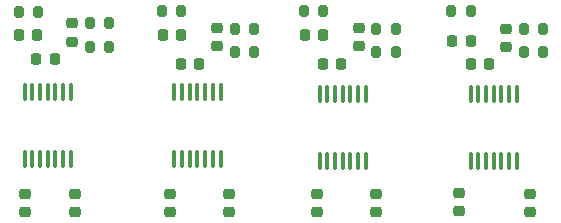
<source format=gbr>
%TF.GenerationSoftware,KiCad,Pcbnew,9.0.6*%
%TF.CreationDate,2025-11-17T15:03:07+03:00*%
%TF.ProjectId,TempControl4ch,54656d70-436f-46e7-9472-6f6c3463682e,rev?*%
%TF.SameCoordinates,Original*%
%TF.FileFunction,Paste,Top*%
%TF.FilePolarity,Positive*%
%FSLAX46Y46*%
G04 Gerber Fmt 4.6, Leading zero omitted, Abs format (unit mm)*
G04 Created by KiCad (PCBNEW 9.0.6) date 2025-11-17 15:03:07*
%MOMM*%
%LPD*%
G01*
G04 APERTURE LIST*
G04 Aperture macros list*
%AMRoundRect*
0 Rectangle with rounded corners*
0 $1 Rounding radius*
0 $2 $3 $4 $5 $6 $7 $8 $9 X,Y pos of 4 corners*
0 Add a 4 corners polygon primitive as box body*
4,1,4,$2,$3,$4,$5,$6,$7,$8,$9,$2,$3,0*
0 Add four circle primitives for the rounded corners*
1,1,$1+$1,$2,$3*
1,1,$1+$1,$4,$5*
1,1,$1+$1,$6,$7*
1,1,$1+$1,$8,$9*
0 Add four rect primitives between the rounded corners*
20,1,$1+$1,$2,$3,$4,$5,0*
20,1,$1+$1,$4,$5,$6,$7,0*
20,1,$1+$1,$6,$7,$8,$9,0*
20,1,$1+$1,$8,$9,$2,$3,0*%
G04 Aperture macros list end*
%ADD10RoundRect,0.100000X-0.100000X0.637500X-0.100000X-0.637500X0.100000X-0.637500X0.100000X0.637500X0*%
%ADD11RoundRect,0.200000X0.200000X0.275000X-0.200000X0.275000X-0.200000X-0.275000X0.200000X-0.275000X0*%
%ADD12RoundRect,0.225000X0.250000X-0.225000X0.250000X0.225000X-0.250000X0.225000X-0.250000X-0.225000X0*%
%ADD13RoundRect,0.225000X-0.225000X-0.250000X0.225000X-0.250000X0.225000X0.250000X-0.225000X0.250000X0*%
%ADD14RoundRect,0.225000X0.225000X0.250000X-0.225000X0.250000X-0.225000X-0.250000X0.225000X-0.250000X0*%
G04 APERTURE END LIST*
D10*
%TO.C,U4*%
X162400000Y-77000000D03*
X161750000Y-77000000D03*
X161100000Y-77000000D03*
X160450000Y-77000000D03*
X159800000Y-77000000D03*
X159150000Y-77000000D03*
X158500000Y-77000000D03*
X158500000Y-82725000D03*
X159150000Y-82725000D03*
X159800000Y-82725000D03*
X160450000Y-82725000D03*
X161100000Y-82725000D03*
X161750000Y-82725000D03*
X162400000Y-82725000D03*
%TD*%
%TO.C,U3*%
X149600000Y-77000000D03*
X148950000Y-77000000D03*
X148300000Y-77000000D03*
X147650000Y-77000000D03*
X147000000Y-77000000D03*
X146350000Y-77000000D03*
X145700000Y-77000000D03*
X145700000Y-82725000D03*
X146350000Y-82725000D03*
X147000000Y-82725000D03*
X147650000Y-82725000D03*
X148300000Y-82725000D03*
X148950000Y-82725000D03*
X149600000Y-82725000D03*
%TD*%
%TO.C,U2*%
X137312500Y-76837500D03*
X136662500Y-76837500D03*
X136012500Y-76837500D03*
X135362500Y-76837500D03*
X134712500Y-76837500D03*
X134062500Y-76837500D03*
X133412500Y-76837500D03*
X133412500Y-82562500D03*
X134062500Y-82562500D03*
X134712500Y-82562500D03*
X135362500Y-82562500D03*
X136012500Y-82562500D03*
X136662500Y-82562500D03*
X137312500Y-82562500D03*
%TD*%
D11*
%TO.C,R12*%
X164650000Y-73500000D03*
X163000000Y-73500000D03*
%TD*%
%TO.C,R11*%
X164650000Y-71500000D03*
X163000000Y-71500000D03*
%TD*%
%TO.C,R10*%
X158500000Y-70000000D03*
X156850000Y-70000000D03*
%TD*%
%TO.C,R9*%
X152150000Y-73500000D03*
X150500000Y-73500000D03*
%TD*%
%TO.C,R8*%
X152150000Y-71500000D03*
X150500000Y-71500000D03*
%TD*%
%TO.C,R7*%
X146000000Y-70000000D03*
X144350000Y-70000000D03*
%TD*%
%TO.C,R6*%
X140150000Y-73500000D03*
X138500000Y-73500000D03*
%TD*%
%TO.C,R5*%
X140150000Y-71500000D03*
X138500000Y-71500000D03*
%TD*%
%TO.C,R4*%
X134000000Y-70000000D03*
X132350000Y-70000000D03*
%TD*%
D12*
%TO.C,C20*%
X163500000Y-87000000D03*
X163500000Y-85450000D03*
%TD*%
%TO.C,C19*%
X157500000Y-86955000D03*
X157500000Y-85405000D03*
%TD*%
%TO.C,C18*%
X161500000Y-73050000D03*
X161500000Y-71500000D03*
%TD*%
D13*
%TO.C,C17*%
X158500000Y-74500000D03*
X160050000Y-74500000D03*
%TD*%
D14*
%TO.C,C16*%
X158500000Y-72500000D03*
X156950000Y-72500000D03*
%TD*%
D12*
%TO.C,C15*%
X150500000Y-87045000D03*
X150500000Y-85495000D03*
%TD*%
%TO.C,C14*%
X145500000Y-87045000D03*
X145500000Y-85495000D03*
%TD*%
%TO.C,C13*%
X149000000Y-73000000D03*
X149000000Y-71450000D03*
%TD*%
D13*
%TO.C,C12*%
X146000000Y-74500000D03*
X147550000Y-74500000D03*
%TD*%
D14*
%TO.C,C11*%
X146000000Y-72000000D03*
X144450000Y-72000000D03*
%TD*%
D12*
%TO.C,C10*%
X138000000Y-87045000D03*
X138000000Y-85495000D03*
%TD*%
%TO.C,C9*%
X133000000Y-87045000D03*
X133000000Y-85495000D03*
%TD*%
%TO.C,C8*%
X137000000Y-73000000D03*
X137000000Y-71450000D03*
%TD*%
D13*
%TO.C,C7*%
X133950000Y-74500000D03*
X135500000Y-74500000D03*
%TD*%
D14*
%TO.C,C6*%
X134000000Y-72000000D03*
X132450000Y-72000000D03*
%TD*%
D10*
%TO.C,U1*%
X124625000Y-76825000D03*
X123975000Y-76825000D03*
X123325000Y-76825000D03*
X122675000Y-76825000D03*
X122025000Y-76825000D03*
X121375000Y-76825000D03*
X120725000Y-76825000D03*
X120725000Y-82550000D03*
X121375000Y-82550000D03*
X122025000Y-82550000D03*
X122675000Y-82550000D03*
X123325000Y-82550000D03*
X123975000Y-82550000D03*
X124625000Y-82550000D03*
%TD*%
D11*
%TO.C,R3*%
X121875000Y-70050000D03*
X120225000Y-70050000D03*
%TD*%
%TO.C,R2*%
X127875000Y-71050000D03*
X126225000Y-71050000D03*
%TD*%
%TO.C,R1*%
X127875000Y-73050000D03*
X126225000Y-73050000D03*
%TD*%
D12*
%TO.C,C5*%
X125000000Y-87045000D03*
X125000000Y-85495000D03*
%TD*%
%TO.C,C4*%
X120725000Y-87045000D03*
X120725000Y-85495000D03*
%TD*%
D14*
%TO.C,C3*%
X121775000Y-72050000D03*
X120225000Y-72050000D03*
%TD*%
D12*
%TO.C,C2*%
X124725000Y-72600000D03*
X124725000Y-71050000D03*
%TD*%
D13*
%TO.C,C1*%
X121725000Y-74050000D03*
X123275000Y-74050000D03*
%TD*%
M02*

</source>
